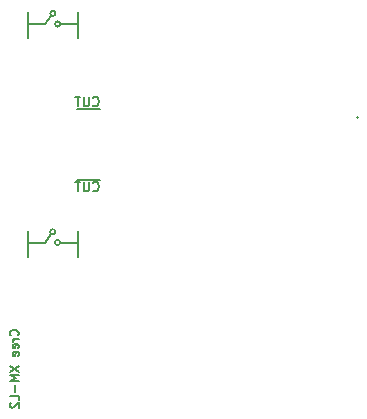
<source format=gbr>
%TF.GenerationSoftware,KiCad,Pcbnew,(5.99.0-2309-gaf729d578)*%
%TF.CreationDate,2020-09-01T21:34:41-04:00*%
%TF.ProjectId,flex,666c6578-2e6b-4696-9361-645f70636258,rev?*%
%TF.SameCoordinates,Original*%
%TF.FileFunction,Legend,Bot*%
%TF.FilePolarity,Positive*%
%FSLAX46Y46*%
G04 Gerber Fmt 4.6, Leading zero omitted, Abs format (unit mm)*
G04 Created by KiCad (PCBNEW (5.99.0-2309-gaf729d578)) date 2020-09-01 21:34:41*
%MOMM*%
%LPD*%
G01*
G04 APERTURE LIST*
%ADD10C,0.150000*%
%ADD11C,0.187500*%
%ADD12C,0.050000*%
G04 APERTURE END LIST*
D10*
X258126190Y-31897030D02*
X258164285Y-31935125D01*
X258278571Y-31973220D01*
X258354761Y-31973220D01*
X258469047Y-31935125D01*
X258545238Y-31858935D01*
X258583333Y-31782744D01*
X258621428Y-31630363D01*
X258621428Y-31516077D01*
X258583333Y-31363696D01*
X258545238Y-31287506D01*
X258469047Y-31211316D01*
X258354761Y-31173220D01*
X258278571Y-31173220D01*
X258164285Y-31211316D01*
X258126190Y-31249411D01*
X257783333Y-31173220D02*
X257783333Y-31820839D01*
X257745238Y-31897030D01*
X257707142Y-31935125D01*
X257630952Y-31973220D01*
X257478571Y-31973220D01*
X257402380Y-31935125D01*
X257364285Y-31897030D01*
X257326190Y-31820839D01*
X257326190Y-31173220D01*
X257059523Y-31173220D02*
X256602380Y-31173220D01*
X256830952Y-31973220D02*
X256830952Y-31173220D01*
X258126190Y-24697030D02*
X258164285Y-24735125D01*
X258278571Y-24773220D01*
X258354761Y-24773220D01*
X258469047Y-24735125D01*
X258545238Y-24658935D01*
X258583333Y-24582744D01*
X258621428Y-24430363D01*
X258621428Y-24316077D01*
X258583333Y-24163696D01*
X258545238Y-24087506D01*
X258469047Y-24011316D01*
X258354761Y-23973220D01*
X258278571Y-23973220D01*
X258164285Y-24011316D01*
X258126190Y-24049411D01*
X257783333Y-23973220D02*
X257783333Y-24620839D01*
X257745238Y-24697030D01*
X257707142Y-24735125D01*
X257630952Y-24773220D01*
X257478571Y-24773220D01*
X257402380Y-24735125D01*
X257364285Y-24697030D01*
X257326190Y-24620839D01*
X257326190Y-23973220D01*
X257059523Y-23973220D02*
X256602380Y-23973220D01*
X256830952Y-24773220D02*
X256830952Y-23973220D01*
X252650000Y-17800000D02*
X254050000Y-17800000D01*
X256850000Y-17800000D02*
X255350000Y-17800000D01*
X254050000Y-17800000D02*
X254550000Y-17100000D01*
X255350001Y-17800000D02*
G75*
G03*
X255350001Y-17800000I-223607J0D01*
G01*
X252650000Y-16800000D02*
X252650000Y-19000000D01*
X254950001Y-16900000D02*
G75*
G03*
X254950001Y-16900000I-223607J0D01*
G01*
X256850000Y-16800000D02*
X256850000Y-19000000D01*
X254050000Y-36300000D02*
X254550000Y-35600000D01*
X255350001Y-36300000D02*
G75*
G03*
X255350001Y-36300000I-223607J0D01*
G01*
X254950001Y-35400000D02*
G75*
G03*
X254950001Y-35400000I-223607J0D01*
G01*
X256850000Y-36300000D02*
X255350000Y-36300000D01*
X252650000Y-36300000D02*
X254050000Y-36300000D01*
X252650000Y-35300000D02*
X252650000Y-37500000D01*
X256850000Y-35300000D02*
X256850000Y-37500000D01*
D11*
X251767857Y-44160714D02*
X251803571Y-44125000D01*
X251839285Y-44017857D01*
X251839285Y-43946428D01*
X251803571Y-43839285D01*
X251732142Y-43767857D01*
X251660714Y-43732142D01*
X251517857Y-43696428D01*
X251410714Y-43696428D01*
X251267857Y-43732142D01*
X251196428Y-43767857D01*
X251125000Y-43839285D01*
X251089285Y-43946428D01*
X251089285Y-44017857D01*
X251125000Y-44125000D01*
X251160714Y-44160714D01*
X251839285Y-44482142D02*
X251339285Y-44482142D01*
X251482142Y-44482142D02*
X251410714Y-44517857D01*
X251375000Y-44553571D01*
X251339285Y-44625000D01*
X251339285Y-44696428D01*
X251803571Y-45232142D02*
X251839285Y-45160714D01*
X251839285Y-45017857D01*
X251803571Y-44946428D01*
X251732142Y-44910714D01*
X251446428Y-44910714D01*
X251375000Y-44946428D01*
X251339285Y-45017857D01*
X251339285Y-45160714D01*
X251375000Y-45232142D01*
X251446428Y-45267857D01*
X251517857Y-45267857D01*
X251589285Y-44910714D01*
X251803571Y-45875000D02*
X251839285Y-45803571D01*
X251839285Y-45660714D01*
X251803571Y-45589285D01*
X251732142Y-45553571D01*
X251446428Y-45553571D01*
X251375000Y-45589285D01*
X251339285Y-45660714D01*
X251339285Y-45803571D01*
X251375000Y-45875000D01*
X251446428Y-45910714D01*
X251517857Y-45910714D01*
X251589285Y-45553571D01*
X251089285Y-46732142D02*
X251839285Y-47232142D01*
X251089285Y-47232142D02*
X251839285Y-46732142D01*
X251839285Y-47517857D02*
X251089285Y-47517857D01*
X251625000Y-47767857D01*
X251089285Y-48017857D01*
X251839285Y-48017857D01*
X251553571Y-48375000D02*
X251553571Y-48946428D01*
X251839285Y-49660714D02*
X251839285Y-49303571D01*
X251089285Y-49303571D01*
X251160714Y-49875000D02*
X251125000Y-49910714D01*
X251089285Y-49982142D01*
X251089285Y-50160714D01*
X251125000Y-50232142D01*
X251160714Y-50267857D01*
X251232142Y-50303571D01*
X251303571Y-50303571D01*
X251410714Y-50267857D01*
X251839285Y-49839285D01*
X251839285Y-50303571D01*
D10*
X258750000Y-25011316D02*
X256750000Y-25011316D01*
X258750000Y-31011316D02*
X256750000Y-31011316D01*
D12*
%TO.C,P1*%
X280590000Y-25711316D02*
G75*
G03*
X280590000Y-25711316I-70000J0D01*
G01*
%TD*%
M02*

</source>
